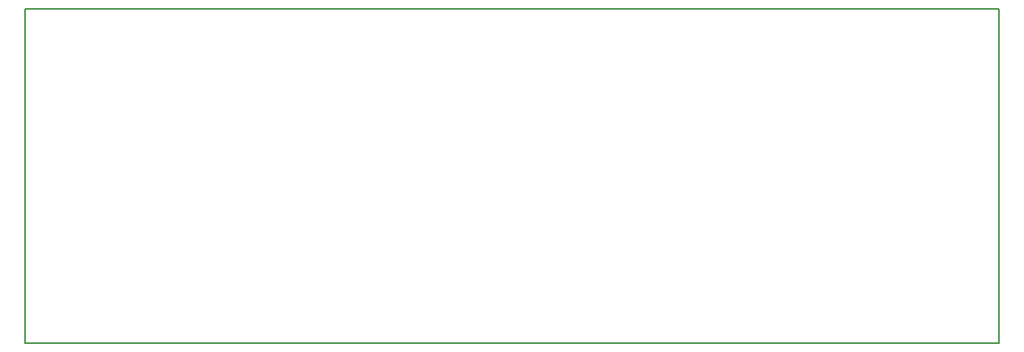
<source format=gbr>
G04 #@! TF.FileFunction,Profile,NP*
%FSLAX46Y46*%
G04 Gerber Fmt 4.6, Leading zero omitted, Abs format (unit mm)*
G04 Created by KiCad (PCBNEW (2015-09-03 BZR 6154, Git 4636d8d)-product) date Tue Sep 15 00:06:25 2015*
%MOMM*%
G01*
G04 APERTURE LIST*
%ADD10C,0.100000*%
%ADD11C,0.150000*%
G04 APERTURE END LIST*
D10*
D11*
X192500000Y-84000000D02*
X90500000Y-84000000D01*
X192500000Y-119000000D02*
X192500000Y-84000000D01*
X90500000Y-119000000D02*
X192500000Y-119000000D01*
X90500000Y-84000000D02*
X90500000Y-119000000D01*
M02*

</source>
